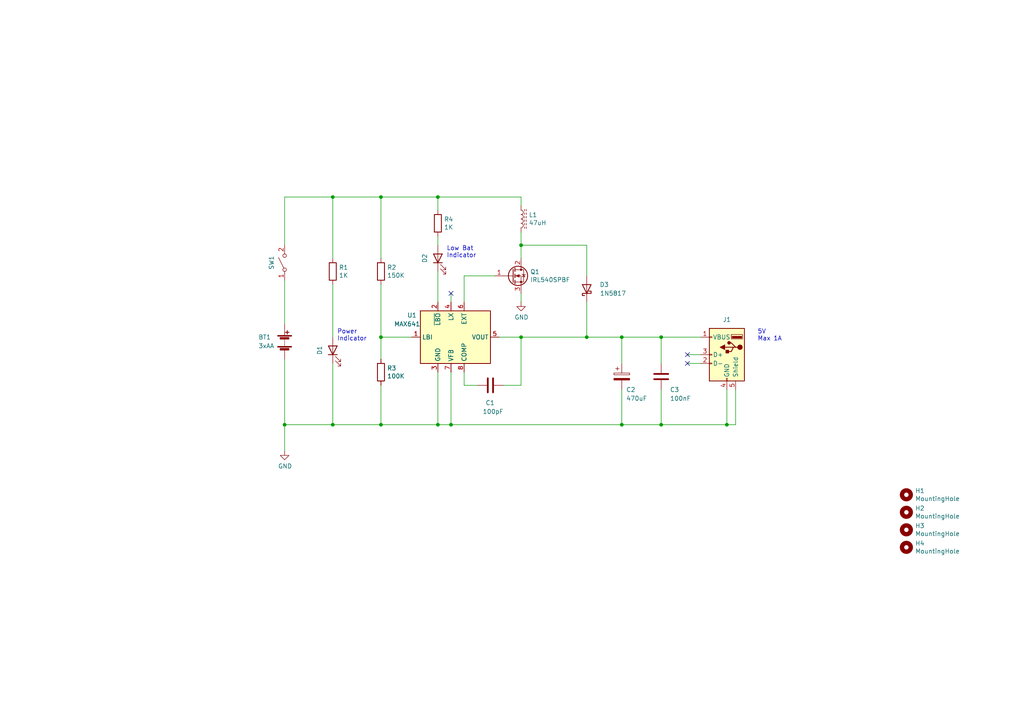
<source format=kicad_sch>
(kicad_sch (version 20211123) (generator eeschema)
  (paper "A4")
  (title_block (title "Batteries 3xAA to 5V Step Up") (date "2023-01-21") (rev "1.0") (company "Cool Inc.") (comment 1 "High Output Current"))
  (lib_symbols
    (symbol "BatteriesSetUp:MAX641"
      (property "Reference" "U" (at -7.62 8.89 0))
      (property "Value" "MAX641" (at 6.35 8.89 0))
      (symbol "MAX641_0_1"
        (rectangle (start -8.89 7.62) (end 11.43 -7.62) (stroke (width 0.254)) (fill (type background)))
      )
      (symbol "MAX641_1_1"
        (pin input line (at -11.43 0 0) (length 2.54) (name "LBI") (number "1"))
        (pin output line (at -3.81 10.16 270) (length 2.54) (name "~{LBO}") (number "2"))
        (pin power_in line (at -3.81 -10.16 90) (length 2.54) (name "GND") (number "3"))
        (pin power_in line (at 0 10.16 270) (length 2.54) (name "LX") (number "4"))
        (pin power_out line (at 13.97 0 180) (length 2.54) (name "VOUT") (number "5"))
        (pin open_emitter line (at 3.81 10.16 270) (length 2.54) (name "EXT") (number "6"))
        (pin input line (at 0 -10.16 90) (length 2.54) (name "VFB") (number "7"))
        (pin input line (at 3.81 -10.16 90) (length 2.54) (name "COMP") (number "8"))
      )
    )
    (symbol "Connector:USB_A" (pin_names (offset 1.016))
      (property "Reference" "J" (at -5.08 11.43 0))
      (property "Value" "USB_A" (at -5.08 8.89 0))
      (symbol "USB_A_0_1"
        (rectangle (start -5.08 -7.62) (end 5.08 7.62) (stroke (width 0.254)) (fill (type background)))
        (circle (center -3.81 2.159) (radius 0.635) (stroke (width 0.254)) (fill (type outline)))
        (rectangle (start -1.524 4.826) (end -4.318 5.334) (fill (type outline)))
        (rectangle (start -1.27 4.572) (end -4.572 5.842))
        (circle (center -0.635 3.429) (radius 0.381) (stroke (width 0.254)) (fill (type outline)))
        (rectangle (start -0.127 -7.62) (end 0.127 -6.858))
        (polyline (pts (xy -3.175 2.159) (xy -2.54 2.159) (xy -1.27 3.429) (xy -0.635 3.429)) (stroke (width 0.254)))
        (polyline (pts (xy -2.54 2.159) (xy -1.905 2.159) (xy -1.27 0.889) (xy 0 0.889)) (stroke (width 0.254)))
        (polyline (pts (xy 0.635 2.794) (xy 0.635 1.524) (xy 1.905 2.159) (xy 0.635 2.794)) (stroke (width 0.254)) (fill (type outline)))
        (rectangle (start 0.254 1.27) (end -0.508 0.508) (stroke (width 0.254)) (fill (type outline)))
        (rectangle (start 5.08 -2.667) (end 4.318 -2.413))
        (rectangle (start 5.08 -0.127) (end 4.318 0.127))
        (rectangle (start 5.08 4.953) (end 4.318 5.207))
      )
      (symbol "USB_A_1_1"
        (polyline (pts (xy -1.905 2.159) (xy 0.635 2.159)) (stroke (width 0.254)))
        (pin power_in line (at 7.62 5.08 180) (length 2.54) (name "VBUS") (number "1"))
        (pin bidirectional line (at 7.62 -2.54 180) (length 2.54) (name "D-") (number "2"))
        (pin bidirectional line (at 7.62 0 180) (length 2.54) (name "D+") (number "3"))
        (pin power_in line (at 0 -10.16 90) (length 2.54) (name "GND") (number "4"))
        (pin passive line (at -2.54 -10.16 90) (length 2.54) (name "Shield") (number "5"))
      )
    )
    (symbol "Device:Battery" (pin_numbers hide) (pin_names (offset 0) hide)
      (property "Reference" "BT" (at 2.54 2.54 0))
      (property "Value" "Battery" (at 2.54 0 0))
      (symbol "Battery_0_1"
        (rectangle (start -2.032 -1.397) (end 2.032 -1.651) (fill (type outline)))
        (rectangle (start -2.032 1.778) (end 2.032 1.524) (fill (type outline)))
        (rectangle (start -1.3208 -1.9812) (end 1.27 -2.4892) (fill (type outline)))
        (rectangle (start -1.3208 1.1938) (end 1.27 0.6858) (fill (type outline)))
        (polyline (pts (xy 0 -1.524) (xy 0 -1.27)))
        (polyline (pts (xy 0 -1.016) (xy 0 -0.762)))
        (polyline (pts (xy 0 -0.508) (xy 0 -0.254)))
        (polyline (pts (xy 0 0) (xy 0 0.254)))
        (polyline (pts (xy 0 0.508) (xy 0 0.762)))
        (polyline (pts (xy 0 1.778) (xy 0 2.54)))
        (polyline (pts (xy 0.254 2.667) (xy 1.27 2.667)) (stroke (width 0.254)))
        (polyline (pts (xy 0.762 3.175) (xy 0.762 2.159)) (stroke (width 0.254)))
      )
      (symbol "Battery_1_1"
        (pin passive line (at 0 5.08 270) (length 2.54) (name "+") (number "1"))
        (pin passive line (at 0 -5.08 90) (length 2.54) (name "-") (number "2"))
      )
    )
    (symbol "Device:C" (pin_numbers hide) (pin_names (offset 0.254))
      (property "Reference" "C" (at 0.635 2.54 0))
      (property "Value" "C" (at 0.635 -2.54 0))
      (symbol "C_0_1"
        (polyline (pts (xy -2.032 -0.762) (xy 2.032 -0.762)) (stroke (width 0.508)))
        (polyline (pts (xy -2.032 0.762) (xy 2.032 0.762)) (stroke (width 0.508)))
      )
      (symbol "C_1_1"
        (pin passive line (at 0 3.81 270) (length 2.794) (name "~") (number "1"))
        (pin passive line (at 0 -3.81 90) (length 2.794) (name "~") (number "2"))
      )
    )
    (symbol "Device:C_Polarized" (pin_numbers hide) (pin_names (offset 0.254))
      (property "Reference" "C" (at 0.635 2.54 0))
      (property "Value" "C_Polarized" (at 0.635 -2.54 0))
      (symbol "C_Polarized_0_1"
        (rectangle (start -2.286 0.508) (end 2.286 1.016))
        (polyline (pts (xy -1.778 2.286) (xy -0.762 2.286)))
        (polyline (pts (xy -1.27 2.794) (xy -1.27 1.778)))
        (rectangle (start 2.286 -0.508) (end -2.286 -1.016) (fill (type outline)))
      )
      (symbol "C_Polarized_1_1"
        (pin passive line (at 0 3.81 270) (length 2.794) (name "~") (number "1"))
        (pin passive line (at 0 -3.81 90) (length 2.794) (name "~") (number "2"))
      )
    )
    (symbol "Device:LED" (pin_numbers hide) (pin_names (offset 1.016) hide)
      (property "Reference" "D" (at 0 2.54 0))
      (property "Value" "LED" (at 0 -2.54 0))
      (symbol "LED_0_1"
        (polyline (pts (xy -1.27 -1.27) (xy -1.27 1.27)) (stroke (width 0.254)))
        (polyline (pts (xy -1.27 0) (xy 1.27 0)))
        (polyline (pts (xy 1.27 -1.27) (xy 1.27 1.27) (xy -1.27 0) (xy 1.27 -1.27)) (stroke (width 0.254)))
        (polyline (pts (xy -3.048 -0.762) (xy -4.572 -2.286) (xy -3.81 -2.286) (xy -4.572 -2.286) (xy -4.572 -1.524)))
        (polyline (pts (xy -1.778 -0.762) (xy -3.302 -2.286) (xy -2.54 -2.286) (xy -3.302 -2.286) (xy -3.302 -1.524)))
      )
      (symbol "LED_1_1"
        (pin passive line (at -3.81 0 0) (length 2.54) (name "K") (number "1"))
        (pin passive line (at 3.81 0 180) (length 2.54) (name "A") (number "2"))
      )
    )
    (symbol "Device:L_Ferrite" (pin_numbers hide) (pin_names (offset 1.016) hide)
      (property "Reference" "L" (at -1.27 0 90))
      (property "Value" "L_Ferrite" (at 2.794 0 90))
      (symbol "L_Ferrite_0_1"
        (arc (start 0 -2.54) (mid 0.635 -1.905) (end 0 -1.27))
        (arc (start 0 -1.27) (mid 0.635 -0.635) (end 0 0))
        (polyline (pts (xy 1.016 -2.794) (xy 1.016 -2.286)))
        (polyline (pts (xy 1.016 -1.778) (xy 1.016 -1.27)))
        (polyline (pts (xy 1.016 -0.762) (xy 1.016 -0.254)))
        (polyline (pts (xy 1.016 0.254) (xy 1.016 0.762)))
        (polyline (pts (xy 1.016 1.27) (xy 1.016 1.778)))
        (polyline (pts (xy 1.016 2.286) (xy 1.016 2.794)))
        (polyline (pts (xy 1.524 -2.286) (xy 1.524 -2.794)))
        (polyline (pts (xy 1.524 -1.27) (xy 1.524 -1.778)))
        (polyline (pts (xy 1.524 -0.254) (xy 1.524 -0.762)))
        (polyline (pts (xy 1.524 0.762) (xy 1.524 0.254)))
        (polyline (pts (xy 1.524 1.778) (xy 1.524 1.27)))
        (polyline (pts (xy 1.524 2.794) (xy 1.524 2.286)))
        (arc (start 0 0) (mid 0.635 0.635) (end 0 1.27))
        (arc (start 0 1.27) (mid 0.635 1.905) (end 0 2.54))
      )
      (symbol "L_Ferrite_1_1"
        (pin passive line (at 0 3.81 270) (length 1.27) (name "1") (number "1"))
        (pin passive line (at 0 -3.81 90) (length 1.27) (name "2") (number "2"))
      )
    )
    (symbol "Device:Q_NMOS_GDS" (pin_names (offset 0) hide)
      (property "Reference" "Q" (at 5.08 1.27 0))
      (property "Value" "Q_NMOS_GDS" (at 5.08 -1.27 0))
      (symbol "Q_NMOS_GDS_0_1"
        (polyline (pts (xy 0.254 0) (xy -2.54 0)))
        (polyline (pts (xy 0.254 1.905) (xy 0.254 -1.905)) (stroke (width 0.254)))
        (polyline (pts (xy 0.762 -1.27) (xy 0.762 -2.286)) (stroke (width 0.254)))
        (polyline (pts (xy 0.762 0.508) (xy 0.762 -0.508)) (stroke (width 0.254)))
        (polyline (pts (xy 0.762 2.286) (xy 0.762 1.27)) (stroke (width 0.254)))
        (polyline (pts (xy 2.54 2.54) (xy 2.54 1.778)))
        (polyline (pts (xy 2.54 -2.54) (xy 2.54 0) (xy 0.762 0)))
        (polyline (pts (xy 0.762 -1.778) (xy 3.302 -1.778) (xy 3.302 1.778) (xy 0.762 1.778)))
        (polyline (pts (xy 1.016 0) (xy 2.032 0.381) (xy 2.032 -0.381) (xy 1.016 0)) (fill (type outline)))
        (polyline (pts (xy 2.794 0.508) (xy 2.921 0.381) (xy 3.683 0.381) (xy 3.81 0.254)))
        (polyline (pts (xy 3.302 0.381) (xy 2.921 -0.254) (xy 3.683 -0.254) (xy 3.302 0.381)))
        (circle (center 1.651 0) (radius 2.794) (stroke (width 0.254)))
        (circle (center 2.54 -1.778) (radius 0.254) (fill (type outline)))
        (circle (center 2.54 1.778) (radius 0.254) (fill (type outline)))
      )
      (symbol "Q_NMOS_GDS_1_1"
        (pin input line (at -5.08 0 0) (length 2.54) (name "G") (number "1"))
        (pin passive line (at 2.54 5.08 270) (length 2.54) (name "D") (number "2"))
        (pin passive line (at 2.54 -5.08 90) (length 2.54) (name "S") (number "3"))
      )
    )
    (symbol "Device:R" (pin_numbers hide) (pin_names (offset 0))
      (property "Reference" "R" (at 2.032 0 90))
      (property "Value" "R" (at 0 0 90))
      (symbol "R_0_1"
        (rectangle (start -1.016 -2.54) (end 1.016 2.54) (stroke (width 0.254)))
      )
      (symbol "R_1_1"
        (pin passive line (at 0 3.81 270) (length 1.27) (name "~") (number "1"))
        (pin passive line (at 0 -3.81 90) (length 1.27) (name "~") (number "2"))
      )
    )
    (symbol "Diode:1N5817" (pin_numbers hide) (pin_names (offset 1.016) hide)
      (property "Reference" "D" (at 0 2.54 0))
      (property "Value" "1N5817" (at 0 -2.54 0))
      (symbol "1N5817_0_1"
        (polyline (pts (xy 1.27 0) (xy -1.27 0)))
        (polyline (pts (xy 1.27 1.27) (xy 1.27 -1.27) (xy -1.27 0) (xy 1.27 1.27)) (stroke (width 0.254)))
        (polyline (pts (xy -1.905 0.635) (xy -1.905 1.27) (xy -1.27 1.27) (xy -1.27 -1.27) (xy -0.635 -1.27) (xy -0.635 -0.635)) (stroke (width 0.254)))
      )
      (symbol "1N5817_1_1"
        (pin passive line (at -3.81 0 0) (length 2.54) (name "K") (number "1"))
        (pin passive line (at 3.81 0 180) (length 2.54) (name "A") (number "2"))
      )
    )
    (symbol "Mechanical:MountingHole" (pin_names (offset 1.016))
      (property "Reference" "H" (at 0 5.08 0))
      (property "Value" "MountingHole" (at 0 3.175 0))
      (symbol "MountingHole_0_1"
        (circle (center 0 0) (radius 1.27) (stroke (width 1.27)))
      )
    )
    (symbol "Switch:SW_SPST" (pin_names (offset 0) hide)
      (property "Reference" "SW" (at 0 3.175 0))
      (property "Value" "SW_SPST" (at 0 -2.54 0))
      (symbol "SW_SPST_0_0"
        (circle (center -2.032 0) (radius 0.508))
        (polyline (pts (xy -1.524 0.254) (xy 1.524 1.778)))
        (circle (center 2.032 0) (radius 0.508))
      )
      (symbol "SW_SPST_1_1"
        (pin passive line (at -5.08 0 0) (length 2.54) (name "A") (number "1"))
        (pin passive line (at 5.08 0 180) (length 2.54) (name "B") (number "2"))
      )
    )
    (symbol "power:GND" (power) (pin_names (offset 0))
      (property "Value" "GND" (at 0 -3.81 0))
      (symbol "GND_0_1"
        (polyline (pts (xy 0 0) (xy 0 -1.27) (xy 1.27 -1.27) (xy 0 -2.54) (xy -1.27 -1.27) (xy 0 -1.27)))
      )
      (symbol "GND_1_1"
        (pin power_in line (at 0 0 270) (length 0) hide (name "GND") (number "1"))
      )
    )
  )
  (junction (at 170.18 97.79))
  (junction (at 180.34 97.79))
  (junction (at 82.55 123.19))
  (junction (at 110.49 57.15))
  (junction (at 210.82 123.19))
  (junction (at 110.49 123.19))
  (junction (at 151.13 71.12))
  (junction (at 96.52 123.19))
  (junction (at 191.77 97.79))
  (junction (at 110.49 97.79))
  (junction (at 127 123.19))
  (junction (at 96.52 57.15))
  (junction (at 130.81 123.19))
  (junction (at 151.13 97.79))
  (junction (at 191.77 123.19))
  (junction (at 127 57.15))
  (junction (at 180.34 123.19))
  (no_connect (at 199.39 102.87))
  (no_connect (at 199.39 105.41))
  (no_connect (at 130.81 85.09))
  (wire (pts (xy 127 71.12) (xy 127 68.58)))
  (wire (pts (xy 151.13 71.12) (xy 170.18 71.12)))
  (wire (pts (xy 82.55 104.14) (xy 82.55 123.19)))
  (wire (pts (xy 127 60.96) (xy 127 57.15)))
  (wire (pts (xy 134.62 107.95) (xy 134.62 111.76)))
  (wire (pts (xy 191.77 123.19) (xy 210.82 123.19)))
  (wire (pts (xy 199.39 105.41) (xy 203.2 105.41)))
  (wire (pts (xy 127 87.63) (xy 127 78.74)))
  (wire (pts (xy 82.55 71.12) (xy 82.55 57.15)))
  (wire (pts (xy 127 123.19) (xy 110.49 123.19)))
  (wire (pts (xy 199.39 102.87) (xy 203.2 102.87)))
  (wire (pts (xy 119.38 97.79) (xy 110.49 97.79)))
  (wire (pts (xy 82.55 81.28) (xy 82.55 93.98)))
  (wire (pts (xy 110.49 111.76) (xy 110.49 123.19)))
  (wire (pts (xy 191.77 113.03) (xy 191.77 123.19)))
  (wire (pts (xy 144.78 97.79) (xy 151.13 97.79)))
  (wire (pts (xy 210.82 113.03) (xy 210.82 123.19)))
  (wire (pts (xy 82.55 57.15) (xy 96.52 57.15)))
  (wire (pts (xy 170.18 97.79) (xy 180.34 97.79)))
  (wire (pts (xy 110.49 57.15) (xy 127 57.15)))
  (wire (pts (xy 96.52 57.15) (xy 110.49 57.15)))
  (wire (pts (xy 96.52 123.19) (xy 82.55 123.19)))
  (wire (pts (xy 110.49 97.79) (xy 110.49 104.14)))
  (wire (pts (xy 110.49 82.55) (xy 110.49 97.79)))
  (wire (pts (xy 127 57.15) (xy 151.13 57.15)))
  (wire (pts (xy 151.13 67.31) (xy 151.13 71.12)))
  (wire (pts (xy 180.34 97.79) (xy 180.34 105.41)))
  (wire (pts (xy 134.62 80.01) (xy 143.51 80.01)))
  (wire (pts (xy 213.36 123.19) (xy 210.82 123.19)))
  (wire (pts (xy 130.81 123.19) (xy 180.34 123.19)))
  (wire (pts (xy 96.52 105.41) (xy 96.52 123.19)))
  (wire (pts (xy 110.49 123.19) (xy 96.52 123.19)))
  (wire (pts (xy 130.81 85.09) (xy 130.81 87.63)))
  (wire (pts (xy 151.13 71.12) (xy 151.13 74.93)))
  (wire (pts (xy 191.77 97.79) (xy 203.2 97.79)))
  (wire (pts (xy 127 107.95) (xy 127 123.19)))
  (wire (pts (xy 151.13 111.76) (xy 151.13 97.79)))
  (wire (pts (xy 151.13 97.79) (xy 170.18 97.79)))
  (wire (pts (xy 110.49 74.93) (xy 110.49 57.15)))
  (wire (pts (xy 170.18 71.12) (xy 170.18 80.01)))
  (wire (pts (xy 134.62 111.76) (xy 138.43 111.76)))
  (wire (pts (xy 213.36 113.03) (xy 213.36 123.19)))
  (wire (pts (xy 130.81 123.19) (xy 127 123.19)))
  (wire (pts (xy 180.34 113.03) (xy 180.34 123.19)))
  (wire (pts (xy 130.81 107.95) (xy 130.81 123.19)))
  (wire (pts (xy 82.55 123.19) (xy 82.55 130.81)))
  (wire (pts (xy 151.13 57.15) (xy 151.13 59.69)))
  (wire (pts (xy 96.52 82.55) (xy 96.52 97.79)))
  (wire (pts (xy 180.34 123.19) (xy 191.77 123.19)))
  (wire (pts (xy 170.18 87.63) (xy 170.18 97.79)))
  (wire (pts (xy 151.13 85.09) (xy 151.13 87.63)))
  (wire (pts (xy 146.05 111.76) (xy 151.13 111.76)))
  (wire (pts (xy 180.34 97.79) (xy 191.77 97.79)))
  (wire (pts (xy 96.52 74.93) (xy 96.52 57.15)))
  (wire (pts (xy 134.62 80.01) (xy 134.62 87.63)))
  (wire (pts (xy 191.77 97.79) (xy 191.77 105.41)))
  (text "Low Bat\nIndicator" (at 129.54 74.93 0) (effects (font (size 1.27 1.27)) (justify left bottom)))
  (text "5V\nMax 1A" (at 219.71 99.06 0) (effects (font (size 1.27 1.27)) (justify left bottom)))
  (text "Power\nIndicator" (at 97.79 99.06 0) (effects (font (size 1.27 1.27)) (justify left bottom)))
  (symbol (lib_id "Device:R") (at 127 64.77 0) (unit 1)
    (property "Reference" "R4" (at 128.778 63.6016 0) (effects (justify left)))
    (property "Value" "1K" (at 128.778 65.913 0) (effects (justify left)))
    (property "Footprint" "Resistor_THT:R_Axial_DIN0207_L6.3mm_D2.5mm_P2.54mm_Vertical" (effects hide))
  )
  (symbol (lib_id "Device:LED") (at 127 74.93 90) (unit 1)
    (property "Reference" "D2" (at 123.19 74.93 0))
    (property "Value" "LED" (effects hide))
    (property "Footprint" "LED_THT:LED_D3.0mm" (effects hide))
  )
  (symbol (lib_id "Device:C") (at 191.77 109.22 0) (unit 1)
    (property "Reference" "C3" (at 194.31 113.03 0) (effects (justify left)))
    (property "Value" "100nF" (at 194.31 115.57 0) (effects (justify left)))
    (property "Footprint" "Capacitor_THT:C_Disc_D5.0mm_W2.5mm_P5.00mm" (effects hide))
  )
  (symbol (lib_id "Device:C_Polarized") (at 180.34 109.22 0) (unit 1)
    (property "Reference" "C2" (at 181.61 113.03 0) (effects (justify left)))
    (property "Value" "470uF" (at 181.61 115.57 0) (effects (justify left)))
    (property "Footprint" "Capacitor_THT:CP_Radial_D10.0mm_P5.00mm" (effects hide))
  )
  (symbol (lib_id "Diode:1N5817") (at 170.18 83.82 90) (unit 1)
    (property "Reference" "D3" (at 175.26 82.55 90))
    (property "Value" "1N5817" (at 177.8 85.09 90))
    (property "Footprint" "Diode_THT:D_DO-41_SOD81_P2.54mm_Vertical_AnodeUp" (effects hide))
    (property "Datasheet" "http://www.vishay.com/docs/88525/1n5817.pdf" (effects hide))
  )
  (symbol (lib_id "Device:L_Ferrite") (at 151.13 63.5 0) (unit 1)
    (property "Reference" "L1" (at 153.3652 62.3316 0) (effects (justify left)))
    (property "Value" "47uH" (at 153.3652 64.643 0) (effects (justify left)))
    (property "Footprint" "Inductor_THT:L_Radial_D9.5mm_P5.00mm_Fastron_07HVP" (effects hide))
  )
  (symbol (lib_id "Connector:USB_A") (at 210.82 102.87 0) (mirror y) (unit 1)
    (property "Reference" "J1" (at 210.82 92.71 0))
    (property "Value" "USB_A" (effects hide))
    (property "Footprint" "Connector_USB:USB_A_Stewart_SS-52100-001_Horizontal" (effects hide))
    (property "Datasheet" " ~" (effects hide))
  )
  (symbol (lib_id "Device:Battery") (at 82.55 99.06 0) (unit 1)
    (property "Reference" "BT1" (at 74.93 97.79 0) (effects (justify left)))
    (property "Value" "3xAA" (at 74.93 100.33 0) (effects (justify left)))
    (property "Footprint" "Battery:BatteryHolder_TruPower_BH-331P_3xAA" (effects hide))
  )
  (symbol (lib_id "Switch:SW_SPST") (at 82.55 76.2 90) (unit 1)
    (property "Reference" "SW1" (at 78.74 76.2 0))
    (property "Value" "SW_SPST" (effects hide))
    (property "Footprint" "Connector_PinHeader_2.54mm:PinHeader_1x02_P2.54mm_Horizontal" (effects hide))
  )
  (symbol (lib_id "power:GND") (at 82.55 130.81 0) (unit 1)
    (property "Reference" "#PWR01" (effects hide))
    (property "Value" "GND" (at 82.677 135.2042 0))
  )
  (symbol (lib_id "Device:Q_NMOS_GDS") (at 148.59 80.01 0) (unit 1)
    (property "Reference" "Q1" (at 153.7716 78.8416 0) (effects (justify left)))
    (property "Value" "IRL540SPBF" (at 153.7716 81.153 0) (effects (justify left)))
    (property "Footprint" "Package_TO_SOT_SMD:TO-263-2" (effects hide))
  )
  (symbol (lib_id "Device:R") (at 110.49 78.74 0) (unit 1)
    (property "Reference" "R2" (at 112.268 77.5716 0) (effects (justify left)))
    (property "Value" "150K" (at 112.268 79.883 0) (effects (justify left)))
    (property "Footprint" "Resistor_THT:R_Axial_DIN0207_L6.3mm_D2.5mm_P2.54mm_Vertical" (effects hide))
  )
  (symbol (lib_id "Device:R") (at 110.49 107.95 0) (unit 1)
    (property "Reference" "R3" (at 112.268 106.7816 0) (effects (justify left)))
    (property "Value" "100K" (at 112.268 109.093 0) (effects (justify left)))
    (property "Footprint" "Resistor_THT:R_Axial_DIN0207_L6.3mm_D2.5mm_P2.54mm_Vertical" (effects hide))
  )
  (symbol (lib_id "BatteriesSetUp:MAX641") (at 130.81 97.79 0) (unit 1)
    (property "Reference" "U1" (at 118.11 91.44 0) (effects (justify left)))
    (property "Value" "MAX641" (at 114.3 93.98 0) (effects (justify left)))
    (property "Footprint" "Package_SO:SOIC-8-1EP_3.9x4.9mm_P1.27mm_EP2.514x3.2mm" (effects hide))
    (property "Datasheet" "https://www.analog.com/media/en/technical-documentation/data-sheets/MAX641-MAX643.pdf?ADICID=SYND_WW_P682800_PF-spglobal" (effects hide))
  )
  (symbol (lib_id "Device:C") (at 142.24 111.76 90) (unit 1)
    (property "Reference" "C1" (at 143.51 116.84 90) (effects (justify left)))
    (property "Value" "100pF" (at 146.05 119.38 90) (effects (justify left)))
    (property "Footprint" "Capacitor_THT:C_Disc_D5.0mm_W2.5mm_P5.00mm" (effects hide))
  )
  (symbol (lib_id "power:GND") (at 151.13 87.63 0) (unit 1)
    (property "Reference" "#PWR02" (effects hide))
    (property "Value" "GND" (at 151.257 92.0242 0))
  )
  (symbol (lib_id "Mechanical:MountingHole") (at 262.89 158.75 0) (unit 1)
    (property "Reference" "H4" (at 265.43 157.5816 0) (effects (justify left)))
    (property "Value" "MountingHole" (at 265.43 159.893 0) (effects (justify left)))
    (property "Footprint" "MountingHole:MountingHole_3.5mm" (effects hide))
  )
  (symbol (lib_id "Mechanical:MountingHole") (at 262.89 153.67 0) (unit 1)
    (property "Reference" "H3" (at 265.43 152.5016 0) (effects (justify left)))
    (property "Value" "MountingHole" (at 265.43 154.813 0) (effects (justify left)))
    (property "Footprint" "MountingHole:MountingHole_3.5mm" (effects hide))
  )
  (symbol (lib_id "Mechanical:MountingHole") (at 262.89 148.59 0) (unit 1)
    (property "Reference" "H2" (at 265.43 147.4216 0) (effects (justify left)))
    (property "Value" "MountingHole" (at 265.43 149.733 0) (effects (justify left)))
    (property "Footprint" "MountingHole:MountingHole_3.5mm" (effects hide))
  )
  (symbol (lib_id "Mechanical:MountingHole") (at 262.89 143.51 0) (unit 1)
    (property "Reference" "H1" (at 265.43 142.3416 0) (effects (justify left)))
    (property "Value" "MountingHole" (at 265.43 144.653 0) (effects (justify left)))
    (property "Footprint" "MountingHole:MountingHole_3.5mm" (effects hide))
  )
  (symbol (lib_id "Device:R") (at 96.52 78.74 0) (unit 1)
    (property "Reference" "R1" (at 98.298 77.5716 0) (effects (justify left)))
    (property "Value" "1K" (at 98.298 79.883 0) (effects (justify left)))
    (property "Footprint" "Resistor_THT:R_Axial_DIN0207_L6.3mm_D2.5mm_P2.54mm_Vertical" (effects hide))
  )
  (symbol (lib_id "Device:LED") (at 96.52 101.6 90) (unit 1)
    (property "Reference" "D1" (at 92.71 101.6 0))
    (property "Value" "LED" (effects hide))
    (property "Footprint" "LED_THT:LED_D3.0mm" (effects hide))
  )
)
</source>
